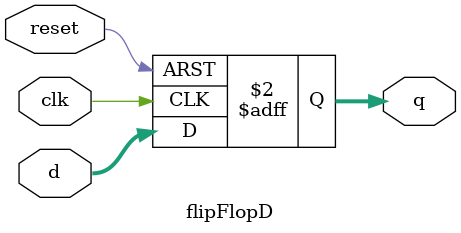
<source format=sv>
module flipFlopD #(parameter N = 64)(input logic clk, reset,
                                    input logic[N-1:0] d,
                                    output logic [N-1:0] q);

        always_ff @(posedge clk or posedge reset)

            if (reset) q <= 0;
            else q <= d;


endmodule
</source>
